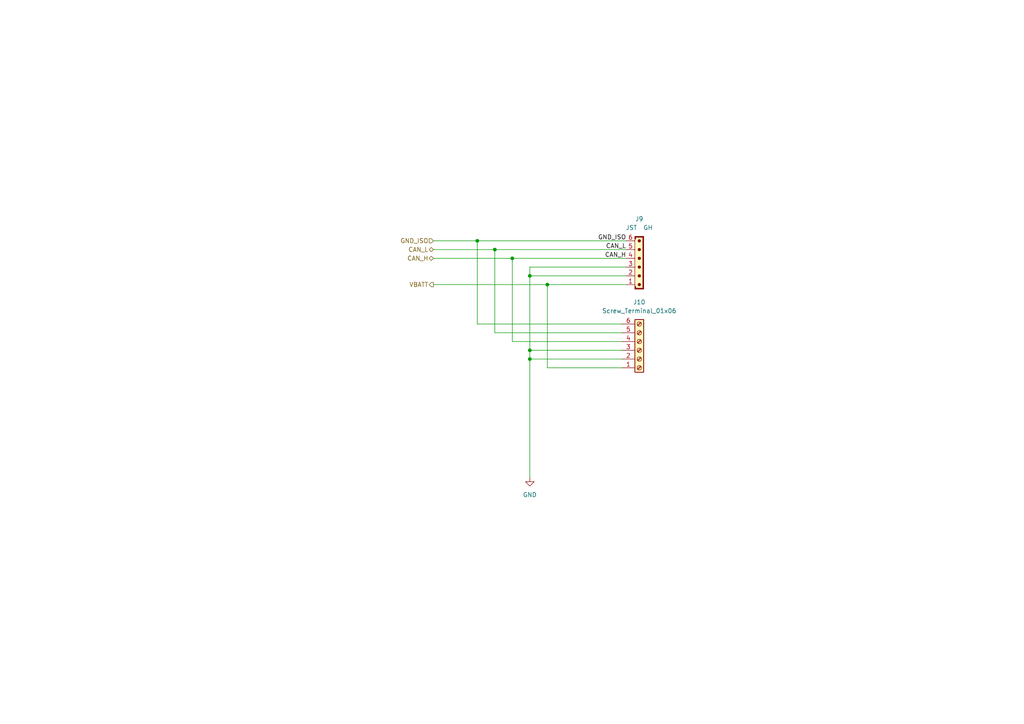
<source format=kicad_sch>
(kicad_sch (version 20250114) (generator "eeschema") (generator_version "9.0")
  (paper "A4")
  (lib_symbols
    (symbol "Connector:Screw_Terminal_01x06" (pin_names (offset 1.016) (hide yes))
      (property "Reference" "J" (at 0 7.62 0))
      (property "Value" "Screw_Terminal_01x06" (at 0 -10.16 0))
      (symbol "Screw_Terminal_01x06_1_1"
        (rectangle (start -1.27 6.35) (end 1.27 -8.89) (stroke (width 0.254)) (fill (type background)))
        (polyline (pts (xy -0.5334 5.4102) (xy 0.3302 4.572)) (stroke (width 0.1524)))
        (polyline (pts (xy -0.5334 2.8702) (xy 0.3302 2.032)) (stroke (width 0.1524)))
        (polyline (pts (xy -0.5334 0.3302) (xy 0.3302 -0.508)) (stroke (width 0.1524)))
        (polyline (pts (xy -0.5334 -2.2098) (xy 0.3302 -3.048)) (stroke (width 0.1524)))
        (polyline (pts (xy -0.5334 -4.7498) (xy 0.3302 -5.588)) (stroke (width 0.1524)))
        (polyline (pts (xy -0.5334 -7.2898) (xy 0.3302 -8.128)) (stroke (width 0.1524)))
        (polyline (pts (xy -0.3556 5.588) (xy 0.508 4.7498)) (stroke (width 0.1524)))
        (polyline (pts (xy -0.3556 3.048) (xy 0.508 2.2098)) (stroke (width 0.1524)))
        (polyline (pts (xy -0.3556 0.508) (xy 0.508 -0.3302)) (stroke (width 0.1524)))
        (polyline (pts (xy -0.3556 -2.032) (xy 0.508 -2.8702)) (stroke (width 0.1524)))
        (polyline (pts (xy -0.3556 -4.572) (xy 0.508 -5.4102)) (stroke (width 0.1524)))
        (polyline (pts (xy -0.3556 -7.112) (xy 0.508 -7.9502)) (stroke (width 0.1524)))
        (circle (center 0 5.08) (radius 0.635) (stroke (width 0.1524)))
        (circle (center 0 2.54) (radius 0.635) (stroke (width 0.1524)))
        (circle (center 0 0) (radius 0.635) (stroke (width 0.1524)))
        (circle (center 0 -2.54) (radius 0.635) (stroke (width 0.1524)))
        (circle (center 0 -5.08) (radius 0.635) (stroke (width 0.1524)))
        (circle (center 0 -7.62) (radius 0.635) (stroke (width 0.1524)))
        (pin passive line (at -5.08 5.08 0) (length 3.81) (name "Pin_1") (number "1"))
        (pin passive line (at -5.08 2.54 0) (length 3.81) (name "Pin_2") (number "2"))
        (pin passive line (at -5.08 0 0) (length 3.81) (name "Pin_3") (number "3"))
        (pin passive line (at -5.08 -2.54 0) (length 3.81) (name "Pin_4") (number "4"))
        (pin passive line (at -5.08 -5.08 0) (length 3.81) (name "Pin_5") (number "5"))
        (pin passive line (at -5.08 -7.62 0) (length 3.81) (name "Pin_6") (number "6"))
      )
    )
    (symbol "dnt_global:Conn_JST_06"
      (property "Reference" "J" (at 0 -12.7 0))
      (property "Value" "JST  GH" (at 0 -10.16 0))
      (symbol "Conn_JST_06_0_1"
        (rectangle (start -1.27 7.62) (end 1.27 -7.62) (fill (type background)))
        (polyline (pts (xy -1.27 -6.858) (xy -1.27 -7.62) (xy 1.27 -7.62) (xy 1.27 -6.858) (xy 1.016 -6.858) (xy 1.016 -7.366) (xy -1.016 -7.366) (xy -1.016 -6.858) (xy -1.27 -6.858)) (fill (type outline)))
        (circle (center 0 6.35) (radius 0.381) (fill (type outline)))
        (circle (center 0 3.81) (radius 0.381) (fill (type outline)))
        (circle (center 0 1.27) (radius 0.381) (fill (type outline)))
        (circle (center 0 -1.27) (radius 0.381) (fill (type outline)))
        (circle (center 0 -3.81) (radius 0.381) (fill (type outline)))
        (circle (center 0 -6.35) (radius 0.381) (fill (type outline)))
        (rectangle (start 1.016 -6.858) (end 1.27 6.858) (fill (type outline)))
        (rectangle (start 1.016 -6.858) (end 1.27 -6.858))
        (polyline (pts (xy 1.27 6.858) (xy 1.27 7.62) (xy -1.27 7.62) (xy -1.27 6.858) (xy -1.016 6.858) (xy -1.016 7.366) (xy 1.016 7.366) (xy 1.016 6.858) (xy 1.27 6.858)) (fill (type outline)))
      )
      (symbol "Conn_JST_06_1_1"
        (pin passive line (at -3.81 6.35 0) (length 2.54) (name "") (number "1"))
        (pin passive line (at -3.81 3.81 0) (length 2.54) (name "") (number "2"))
        (pin passive line (at -3.81 1.27 0) (length 2.54) (name "") (number "3"))
        (pin passive line (at -3.81 -1.27 0) (length 2.54) (name "") (number "4"))
        (pin passive line (at -3.81 -3.81 0) (length 2.54) (name "") (number "5"))
        (pin passive line (at -3.81 -6.35 0) (length 2.54) (name "") (number "6"))
      )
    )
    (symbol "power:GND" (power) (pin_numbers (hide yes)) (pin_names (offset 0) (hide yes))
      (property "Value" "GND" (at 0 -3.81 0))
      (symbol "GND_0_1"
        (polyline (pts (xy 0 0) (xy 0 -1.27) (xy 1.27 -1.27) (xy 0 -2.54) (xy -1.27 -1.27) (xy 0 -1.27)))
      )
      (symbol "GND_1_1"
        (pin power_in line (at 0 0 270) (length 0) (name "~") (number "1"))
      )
    )
  )
  (junction (at 138.43 69.85))
  (junction (at 153.67 104.14))
  (junction (at 158.75 82.55))
  (junction (at 153.67 101.6))
  (junction (at 153.67 80.01))
  (junction (at 148.59 74.93))
  (junction (at 143.51 72.39))
  (wire (pts (xy 181.61 82.55) (xy 158.75 82.55)))
  (wire (pts (xy 148.59 99.06) (xy 180.34 99.06)))
  (wire (pts (xy 138.43 93.98) (xy 180.34 93.98)))
  (wire (pts (xy 158.75 82.55) (xy 158.75 106.68)))
  (wire (pts (xy 180.34 104.14) (xy 153.67 104.14)))
  (wire (pts (xy 153.67 80.01) (xy 153.67 101.6)))
  (wire (pts (xy 138.43 69.85) (xy 138.43 93.98)))
  (wire (pts (xy 148.59 74.93) (xy 148.59 99.06)))
  (wire (pts (xy 181.61 69.85) (xy 138.43 69.85)))
  (wire (pts (xy 143.51 96.52) (xy 180.34 96.52)))
  (wire (pts (xy 143.51 72.39) (xy 143.51 96.52)))
  (wire (pts (xy 153.67 101.6) (xy 153.67 104.14)))
  (wire (pts (xy 181.61 77.47) (xy 153.67 77.47)))
  (wire (pts (xy 125.73 69.85) (xy 138.43 69.85)))
  (wire (pts (xy 153.67 77.47) (xy 153.67 80.01)))
  (wire (pts (xy 158.75 106.68) (xy 180.34 106.68)))
  (wire (pts (xy 125.73 74.93) (xy 148.59 74.93)))
  (wire (pts (xy 143.51 72.39) (xy 181.61 72.39)))
  (wire (pts (xy 153.67 104.14) (xy 153.67 138.43)))
  (wire (pts (xy 125.73 82.55) (xy 158.75 82.55)))
  (wire (pts (xy 181.61 80.01) (xy 153.67 80.01)))
  (wire (pts (xy 180.34 101.6) (xy 153.67 101.6)))
  (wire (pts (xy 181.61 74.93) (xy 148.59 74.93)))
  (wire (pts (xy 125.73 72.39) (xy 143.51 72.39)))
  (label "GND_ISO" (at 181.61 69.85 180))
  (label "CAN_L" (at 181.61 72.39 180))
  (label "CAN_H" (at 181.61 74.93 180))
  (hierarchical_label "VBATT" (shape output) (at 125.73 82.55 180))
  (hierarchical_label "CAN_H" (shape bidirectional) (at 125.73 74.93 180))
  (hierarchical_label "GND_ISO" (shape input) (at 125.73 69.85 180))
  (hierarchical_label "CAN_L" (shape bidirectional) (at 125.73 72.39 180))
  (symbol (lib_id "power:GND") (at 153.67 138.43 0) (mirror y) (unit 1)
    (property "Reference" "#PWR044" (effects (hide yes)))
    (property "Value" "GND" (at 153.67 143.51 0))
    (property "Description" "Power symbol creates a global label with name \"GND\" , ground" (effects (hide yes)))
  )
  (symbol (lib_id "dnt_global:Conn_JST_06") (at 185.42 76.2 0) (mirror x) (unit 1)
    (property "Reference" "J9" (at 185.42 63.5 0))
    (property "Value" "JST  GH" (at 185.42 66.04 0))
    (property "Footprint" "dnt:JST_GH_BM06B-GHS-TBT_1x06-1MP_P1.25mm_Vertical" (effects (hide yes)))
    (property "Datasheet" "https://wmsc.lcsc.com/wmsc/upload/file/pdf/v2/lcsc/2304140030_JST-BM06B-GHS-TBT-LF-SN_C189892.pdf" (effects (hide yes)))
    (property "Description" "JST Connector  6 pins" (effects (hide yes)))
    (property "LCSC" "C189892" (effects (hide yes)))
  )
  (symbol (lib_id "Connector:Screw_Terminal_01x06") (at 185.42 101.6 0) (mirror x) (unit 1)
    (property "Reference" "J10" (at 185.42 87.63 0))
    (property "Value" "Screw_Terminal_01x06" (at 185.42 90.17 0))
    (property "Footprint" "TerminalBlock_Phoenix:TerminalBlock_Phoenix_PT-1,5-6-3.5-H_1x06_P3.50mm_Horizontal" (effects (hide yes)))
    (property "Description" "Generic screw terminal, single row, 01x06, script generated (kicad-library-utils/schlib/autogen/connector/)" (effects (hide yes)))
    (property "LCSC" "C5290323" (effects (hide yes)))
  )
)
</source>
